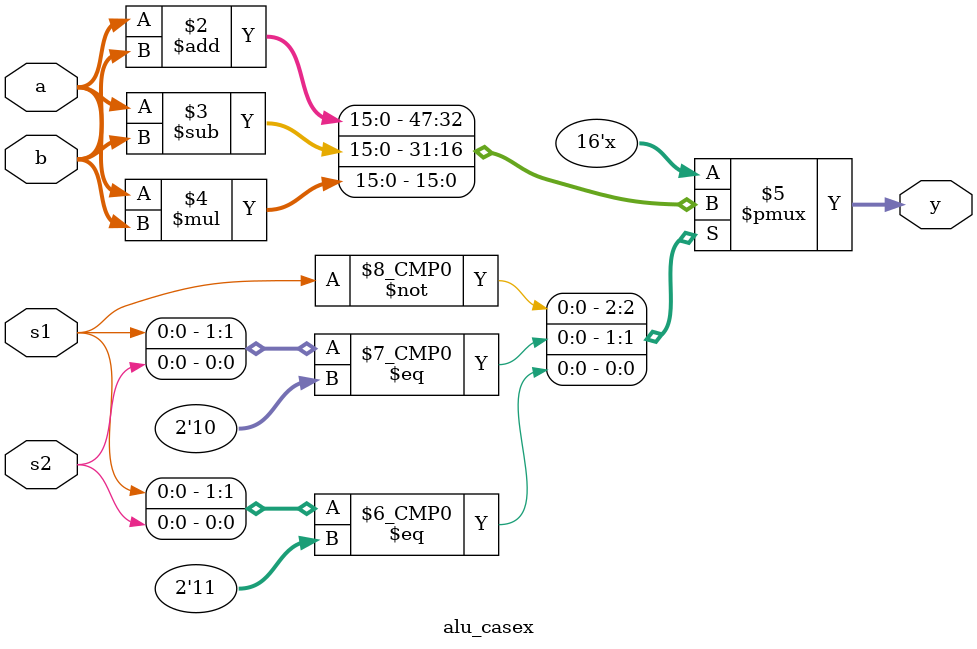
<source format=v>
module alu_casex (
    input [7:0] a,
    input [7:0] b,
    input s1,
    input s2,
    output reg [15:0] y
);
    always @(a or b or s1 or s2) begin
        casez({s1,s2})
            2'b0?: y=a+b; // tai sao khi 00 voi 01 deu roi vao truong hop default -> ly do la vi dung case thay vi casex casez, khi dung case thi phai specify dung tung bit ra
            2'b10: y=a-b;
            2'b11: y=a*b;
            default: y = 16'd0;
        endcase
    end

endmodule
</source>
